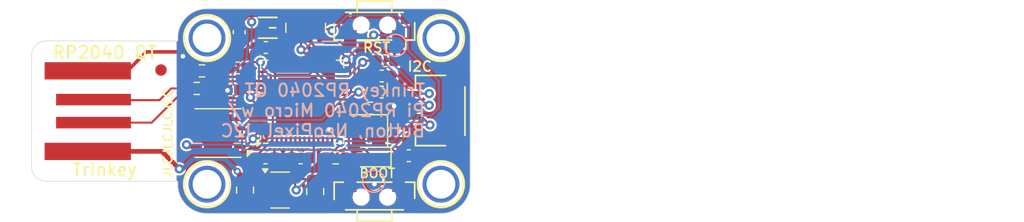
<source format=kicad_pcb>
(kicad_pcb
	(version 20241229)
	(generator "pcbnew")
	(generator_version "9.0")
	(general
		(thickness 1.6)
		(legacy_teardrops no)
	)
	(paper "USLetter")
	(layers
		(0 "F.Cu" signal)
		(2 "B.Cu" signal)
		(9 "F.Adhes" user "F.Adhesive")
		(11 "B.Adhes" user "B.Adhesive")
		(13 "F.Paste" user)
		(15 "B.Paste" user)
		(5 "F.SilkS" user "F.Silkscreen")
		(7 "B.SilkS" user "B.Silkscreen")
		(1 "F.Mask" user)
		(3 "B.Mask" user)
		(17 "Dwgs.User" user "User.Drawings")
		(19 "Cmts.User" user "User.Comments")
		(21 "Eco1.User" user "User.Eco1")
		(23 "Eco2.User" user "User.Eco2")
		(25 "Edge.Cuts" user)
		(27 "Margin" user)
		(31 "F.CrtYd" user "F.Courtyard")
		(29 "B.CrtYd" user "B.Courtyard")
		(35 "F.Fab" user)
		(33 "B.Fab" user)
	)
	(setup
		(stackup
			(layer "F.SilkS"
				(type "Top Silk Screen")
			)
			(layer "F.Paste"
				(type "Top Solder Paste")
			)
			(layer "F.Mask"
				(type "Top Solder Mask")
				(color "Purple")
				(thickness 0.01)
			)
			(layer "F.Cu"
				(type "copper")
				(thickness 0.035)
			)
			(layer "dielectric 1"
				(type "core")
				(thickness 1.51)
				(material "FR4")
				(epsilon_r 4.5)
				(loss_tangent 0.02)
			)
			(layer "B.Cu"
				(type "copper")
				(thickness 0.035)
			)
			(layer "B.Mask"
				(type "Bottom Solder Mask")
				(color "Purple")
				(thickness 0.01)
			)
			(layer "B.Paste"
				(type "Bottom Solder Paste")
			)
			(layer "B.SilkS"
				(type "Bottom Silk Screen")
			)
			(copper_finish "ENIG")
			(dielectric_constraints no)
		)
		(pad_to_mask_clearance 0)
		(allow_soldermask_bridges_in_footprints no)
		(tenting front back)
		(pcbplotparams
			(layerselection 0x00000000_00000000_55555555_5755f5ff)
			(plot_on_all_layers_selection 0x00000000_00000000_00000000_00000000)
			(disableapertmacros no)
			(usegerberextensions no)
			(usegerberattributes yes)
			(usegerberadvancedattributes yes)
			(creategerberjobfile yes)
			(dashed_line_dash_ratio 12.000000)
			(dashed_line_gap_ratio 3.000000)
			(svgprecision 4)
			(plotframeref no)
			(mode 1)
			(useauxorigin no)
			(hpglpennumber 1)
			(hpglpenspeed 20)
			(hpglpendiameter 15.000000)
			(pdf_front_fp_property_popups yes)
			(pdf_back_fp_property_popups yes)
			(pdf_metadata yes)
			(pdf_single_document no)
			(dxfpolygonmode yes)
			(dxfimperialunits yes)
			(dxfusepcbnewfont yes)
			(psnegative no)
			(psa4output no)
			(plot_black_and_white yes)
			(sketchpadsonfab no)
			(plotpadnumbers no)
			(hidednponfab no)
			(sketchdnponfab yes)
			(crossoutdnponfab yes)
			(subtractmaskfromsilk no)
			(outputformat 1)
			(mirror no)
			(drillshape 1)
			(scaleselection 1)
			(outputdirectory "")
		)
	)
	(net 0 "")
	(net 1 "GND")
	(net 2 "+5V")
	(net 3 "Net-(IC2-XIN)")
	(net 4 "Net-(C20-Pad2)")
	(net 5 "/SDA")
	(net 6 "/SCL")
	(net 7 "Net-(D2-A)")
	(net 8 "/USBBOOT")
	(net 9 "unconnected-(IC2-GPIO10-Pad13)")
	(net 10 "unconnected-(IC2-GPIO28_ADC2-Pad40)")
	(net 11 "unconnected-(IC2-GPIO20-Pad31)")
	(net 12 "Net-(IC2-XOUT)")
	(net 13 "unconnected-(IC2-SWCLK-Pad24)")
	(net 14 "unconnected-(IC2-GPIO4-Pad6)")
	(net 15 "unconnected-(IC2-GPIO21-Pad32)")
	(net 16 "/~{RESET}")
	(net 17 "unconnected-(IC2-GPIO25-Pad37)")
	(net 18 "unconnected-(IC2-GPIO23-Pad35)")
	(net 19 "unconnected-(IC2-GPIO13-Pad16)")
	(net 20 "unconnected-(IC2-GPIO2-Pad4)")
	(net 21 "/QSPI_SCK")
	(net 22 "unconnected-(IC2-GPIO14-Pad17)")
	(net 23 "unconnected-(IC2-GPIO0-Pad2)")
	(net 24 "unconnected-(IC2-GPIO22-Pad34)")
	(net 25 "unconnected-(IC2-GPIO5-Pad7)")
	(net 26 "/QSPI_CS")
	(net 27 "unconnected-(IC2-GPIO6-Pad8)")
	(net 28 "/QSPI_DATA[2]")
	(net 29 "unconnected-(IC2-GPIO8-Pad11)")
	(net 30 "unconnected-(IC2-GPIO3-Pad5)")
	(net 31 "/QSPI_DATA[1]")
	(net 32 "unconnected-(IC2-SWD-Pad25)")
	(net 33 "/D+")
	(net 34 "/D-")
	(net 35 "unconnected-(IC2-GPIO9-Pad12)")
	(net 36 "unconnected-(IC2-GPIO29_ADC3-Pad41)")
	(net 37 "unconnected-(IC2-GPIO1-Pad3)")
	(net 38 "unconnected-(IC2-GPIO15-Pad18)")
	(net 39 "unconnected-(IC2-GPIO18-Pad29)")
	(net 40 "/QSPI_DATA[3]")
	(net 41 "/NEOPIX")
	(net 42 "unconnected-(IC2-GPIO19-Pad30)")
	(net 43 "unconnected-(IC2-GPIO11-Pad14)")
	(net 44 "unconnected-(IC2-GPIO24-Pad36)")
	(net 45 "unconnected-(IC2-GPIO26_ADC0-Pad38)")
	(net 46 "unconnected-(IC2-GPIO7-Pad9)")
	(net 47 "/QSPI_DATA[0]")
	(net 48 "/USB_D-")
	(net 49 "/USB_D+")
	(net 50 "+3.3V")
	(net 51 "+1.1V")
	(net 52 "unconnected-(LED1-DOUT-Pad3)")
	(net 53 "unconnected-(U1-NC-Pad4)")
	(net 54 "unconnected-(U$1-Pad1)")
	(net 55 "unconnected-(U$2-Pad1)")
	(net 56 "unconnected-(U$4-Pad1)")
	(net 57 "unconnected-(U$5-Pad1)")
	(footprint "Package_TO_SOT_SMD:SOT-23-5" (layer "F.Cu") (at 151.0411 111.8616))
	(footprint "Adafruit QT2040 Trinkey:MOUNTINGHOLE_2.5_PLATED" (layer "F.Cu") (at 165.0111 111.3536))
	(footprint "Resistor_SMD:R_Array_Concave_4x0603" (layer "F.Cu") (at 153.2636 97.7646 90))
	(footprint "Crystal:Crystal_SMD_2520-4Pin_2.5x2.0mm" (layer "F.Cu") (at 158.7246 106.7181 180))
	(footprint "Capacitor_SMD:C_0603_1608Metric" (layer "F.Cu") (at 149.7965 99.4791 180))
	(footprint "Capacitor_SMD:C_0603_1608Metric" (layer "F.Cu") (at 160.9471 106.5911 90))
	(footprint "Adafruit QT2040 Trinkey:FIDUCIAL_1MM" (layer "F.Cu") (at 140.6906 101.4349 90))
	(footprint "switch:SW_Push_E-Switch_TL3330AF260QG" (layer "F.Cu") (at 159.2326 112.1791))
	(footprint "usb:USBA_PCB" (layer "F.Cu") (at 134.5311 105.0036))
	(footprint "Adafruit QT2040 Trinkey:MOUNTINGHOLE_2.5_PLATED" (layer "F.Cu") (at 144.6911 98.6536))
	(footprint "jst:SM04B-SRSS-TB" (layer "F.Cu") (at 165.0111 105.0036 90))
	(footprint "Adafruit QT2040 Trinkey:FIDUCIAL_1MM" (layer "F.Cu") (at 165.9509 105.1052 -90))
	(footprint "Resistor_SMD:R_0603_1608Metric" (layer "F.Cu") (at 143.8021 103.0351))
	(footprint "Package_DFN_QFN:DFN-8-1EP_4x4mm_P0.8mm_EP2.3x3.24mm" (layer "F.Cu") (at 145.6436 106.9086 180))
	(footprint "Capacitor_SMD:C_0603_1608Metric" (layer "F.Cu") (at 147.4851 98.1456 -90))
	(footprint "led:SK6805-EC15" (layer "F.Cu") (at 149.9616 97.7646))
	(footprint "Adafruit QT2040 Trinkey:MOUNTINGHOLE_2.5_PLATED" (layer "F.Cu") (at 144.6911 111.3536))
	(footprint "Package_DFN_QFN:QFN-56-1EP_7x7mm_P0.4mm_EP3.2x3.2mm" (layer "F.Cu") (at 152.9588 104.1908 90))
	(footprint "Capacitor_SMD:C_0603_1608Metric" (layer "F.Cu") (at 159.8676 103.3526))
	(footprint "Capacitor_SMD:C_0603_1608Metric" (layer "F.Cu") (at 160.1851 100.6221))
	(footprint "Resistor_SMD:R_0603_1608Metric" (layer "F.Cu") (at 155.8671 109.0676))
	(footprint "Capacitor_SMD:C_0603_1608Metric" (layer "F.Cu") (at 162.2171 108.8771 180))
	(footprint "switch:SW_Push_E-Switch_TL3330AF260QG"
		(layer "F.Cu")
		(uuid "bca32848-127c-4178-acd5-b28496f697e1")
		(at 159.2326 97.8281 180)
		(property "Reference" "SW2"
			(at -4.131 -2.149 180)
			(unlocked yes)
			(layer "F.SilkS")
			(hide yes)
			(uuid "092ddf88-5d07-4274-a5f7-98b42b210782")
			(effects
				(font
					(size 1.647139 1.647139)
					(thickness 0.130861)
				)
				(justify left bottom)
			)
		)
		(property "Value" "TL3330AF260QG"
			(at 0 0 180)
			(layer "F.Fab")
			(hide yes)
			(uuid "a231de79-3e1c-4226-9b28-759ebc672173")
			(effects
				(font
					(size 1.27 1.27)
					(thickness 0.15)
				)
			)
		)
		(property "Datasheet" "https://partdb.alfter.us/en/part/161/info"
			(at 0 0 180)
			(layer "F.Fab")
			(hide yes)
			(uuid "7ce6c0b6-a479-4dc4-81c8-48fea4480167")
			(effects
				(font
					(size 1.27 1.27)
					(thickness 0.15)
				)
			)
		)
		(property "Description" "Tactile Switch SPST-NO Side Actuated Surface Mount, Right Angle"
			(at 0 0 180)
			(layer "F.Fab")
			(hide yes)
			(uuid "9d278e5b-7011-480e-a48d-2ad74b4f6ccb")
			(effects
				(font
					(size 1.27 1.27)
					(thickness 0.15)
				)
			)
		)
		(property "DigiKey" "EG4389CT-ND"
			(at 0 0 180)
			(unlocked yes)
			(layer "F.Fab")
			(hide yes)
			(uuid "ab5679f9-46ba-4d81-a0eb-a325f8017846")
			(effects
				(font
					(size 1 1)
					(thickness 0.15)
				)
			)
		)
		(property "MPN" "TL3330AF260QG"
			(at 0 0 180)
			(unlocked yes)
			(layer "F.Fab")
			(hide yes)
			(uuid "12775492-5414-46c8-99a0-2ea358124ea5")
			(effects
				(font
					(size 1 1)
					(thickness 0.15)
				)
			)
		)
		(property "Manufacturer" "E-Switch"
			(at 0 0 180)
			(unlocked yes)
			(layer "F.Fab")
			(hide yes)
			(uuid "d0bd1ee5-ab7f-41ae-9e80-a010b5eac6a5")
			(effects
				(font
					(size 1 1)
					(thickness 0.15)
				)
			)
		)
		(property "Category" "Switches/Tactile Switches"
			(at 0 0 180)
			(unlocked yes)
			(layer "F.Fab")
			(hide yes)
			(uuid "e9b6ed92-5121-4b4d-999b-831bbc3fed22")
			(effects
				(font
					(size 1 1)
					(thickness 0.15)
				)
			)
		)
		(property "Manufacturing Status" "Active"
			(at 0 0 180)
			(unlocked yes)
			(layer "F.Fab")
			(hide yes)
			(uuid "01831b8e-61b7-4643-8f74-55bc7e2b2be8")
			(effects
				(font
					(size 1 1)
					(thickness 0.15)
				)
			)
		)
		(property "Part-DB ID" "161"
			(at 0 0 180)
			(unlocked yes)
			(layer "F.Fab")
			(hide yes)
			(uuid "a5d1545d-34e6-41b8-a6d0-7201d44cf12a")
			(effects
				(font
					(size 1 1)
					(thickness 0.15)
				)
			)
		)
		(property "Part-DB IPN" "145"
			(at 0 0 180)
			(unlocked yes)
			(layer "F.Fab")
			(hide yes)
			(uuid "cc43cafe-f7c9-4c53-8e07-406bebdf7834")
			(effects
				(font
					(size 1 1)
					(thickness 0.15)
				)
			)
		)
		(property "Characteristics" ""
			(at 0 0 180)
			(unlocked yes)
			(layer "F.Fab")
			(hide yes)
			(uuid "4db9f89e-b6c5-40e7-b943-592aca70beed")
			(effects
				(font
					(size 1 1)
					(thickness 0.15)
				)
			)
		)
		(property "Critical" ""
			(at 0 0 180)
			(unlocked yes)
			(layer "F.Fab")
			(hide yes)
			(uuid "12e1851d-df2d-4853-9c10-a1d67da75a8b")
			(effects
				(font
					(size 1 1)
					(thickness 0.15)
				)
			)
		)
		(property "DK_Mfr" ""
			(at 0 0 180)
			(unlocked yes)
			(layer "F.Fab")
			(hide yes)
			(uuid "3b7f31e8-43d0-496f-b415-77d93ae80176")
			(effects
				(font
					(size 1 1)
					(thickness 0.15)
				)
			)
		)
		(property "DK_Mfr_PN" ""
			(at 0 0 180)
			(unlocked yes)
			(layer "F.Fab")
			(hide yes)
			(uuid "0d760426-afd4-4707-85c9-a72b4db9906d")
			(effects
				(font
					(size 1 1)
					(thickness 0.15)
				)
			)
		)
		(property "DK_PN" ""
			(at 0 0 180)
			(unlocked yes)
			(layer "F.Fab")
			(hide yes)
			(uuid "0e2da031-f852-4100-b083-64e1b3eb281d")
			(effects
				(font
					(size 1 1)
					(thi
... [603046 chars truncated]
</source>
